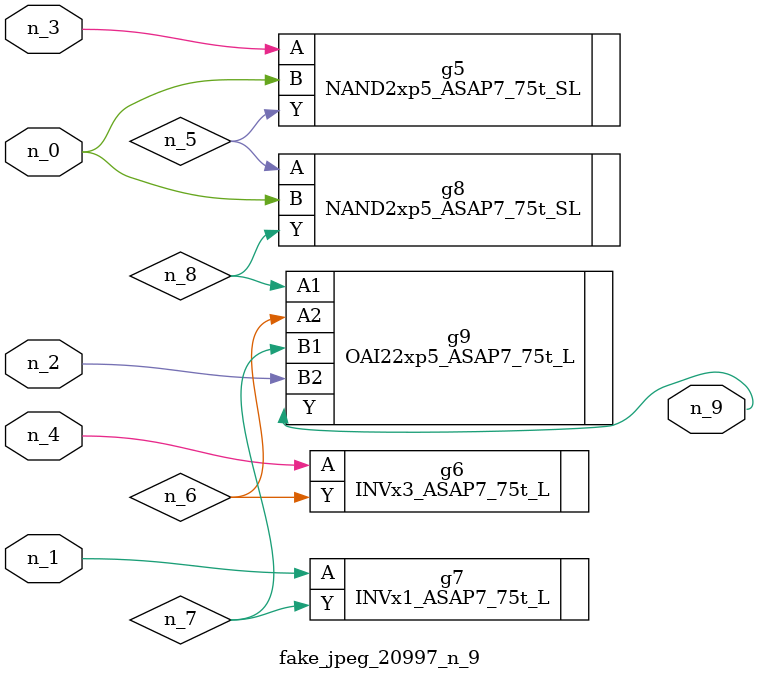
<source format=v>
module fake_jpeg_20997_n_9 (n_3, n_2, n_1, n_0, n_4, n_9);

input n_3;
input n_2;
input n_1;
input n_0;
input n_4;

output n_9;

wire n_8;
wire n_6;
wire n_5;
wire n_7;

NAND2xp5_ASAP7_75t_SL g5 ( 
.A(n_3),
.B(n_0),
.Y(n_5)
);

INVx3_ASAP7_75t_L g6 ( 
.A(n_4),
.Y(n_6)
);

INVx1_ASAP7_75t_L g7 ( 
.A(n_1),
.Y(n_7)
);

NAND2xp5_ASAP7_75t_SL g8 ( 
.A(n_5),
.B(n_0),
.Y(n_8)
);

OAI22xp5_ASAP7_75t_L g9 ( 
.A1(n_8),
.A2(n_6),
.B1(n_7),
.B2(n_2),
.Y(n_9)
);


endmodule
</source>
